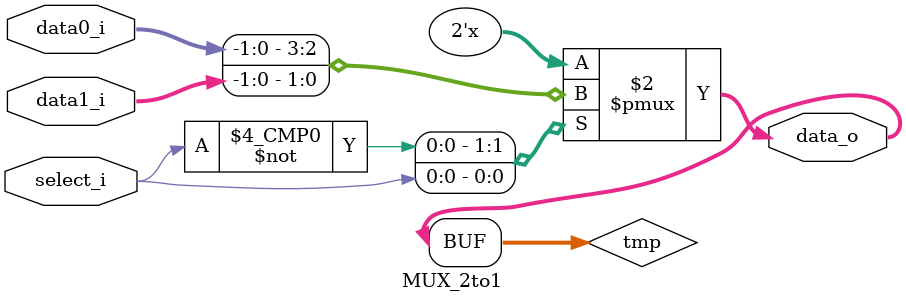
<source format=v>
module MUX_2to1(
               data0_i,
               data1_i,
               select_i,
               data_o
               );

parameter size = 0;			   
			
// I/O ports               
input   [size-1:0] data0_i;          
input   [size-1:0] data1_i;
input              select_i;

output  [size-1:0] data_o; 

// Internal Signals
reg [size-1:0] tmp;
assign data_o = tmp;

// Main function
always@(*)begin
    case(select_i)
        1'b0: tmp = data0_i;
        1'b1: tmp = data1_i;
    endcase
end

endmodule      
          
          
</source>
